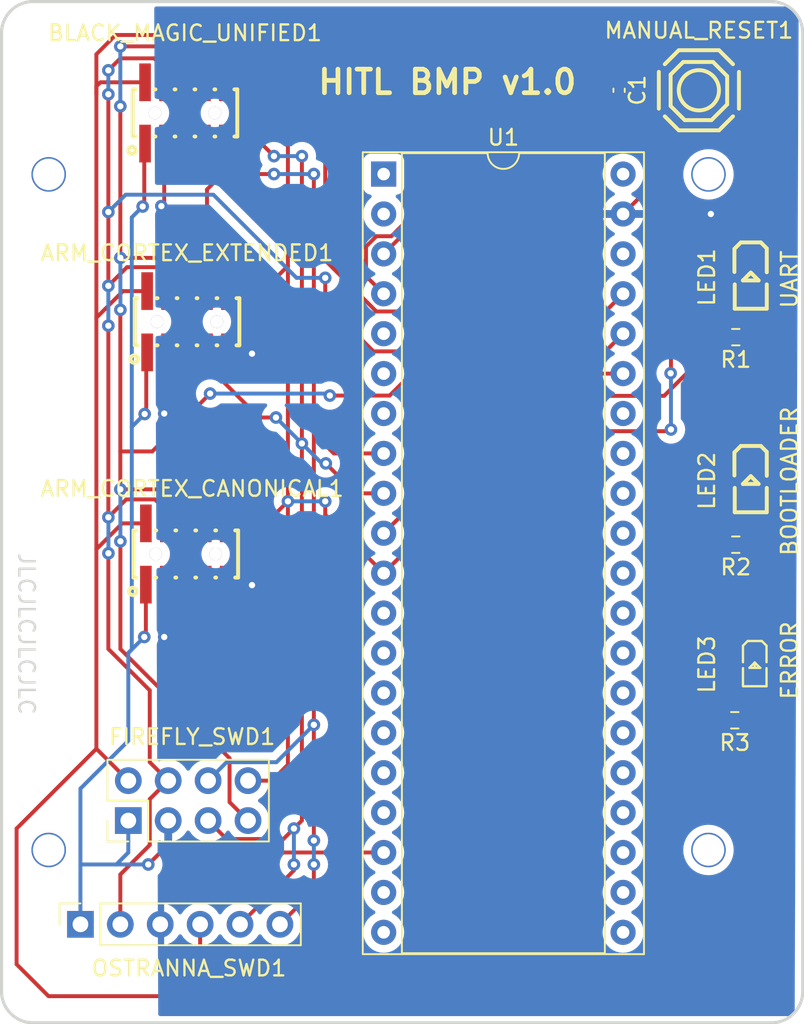
<source format=kicad_pcb>
(kicad_pcb (version 20240108) (generator "pcbnew") (generator_version "8.0")
  (layers (0 "F.Cu" signal) (31 "B.Cu" signal) (34 "B.Paste" user) (35 "F.Paste" user) (36 "B.SilkS" user "B.Silkscreen") (37 "F.SilkS" user "F.Silkscreen") (38 "B.Mask" user) (39 "F.Mask" user) (44 "Edge.Cuts" user))
  (net 0 "")
  (net 1 "/TRGT+")
  (net 2 "/SWDIO")
  (net 3 "GND")
  (net 4 "/SWO")
  (net 7 "/NRST")
  (net 8 "/DUT_TX")
  (net 9 "/DUT_RX")
  (net 11 "/SWCLK")
  (net 12 "Net-(LED1-A)")
  (net 13 "Net-(LED3-A)")
  (net 16 "/LED_UART")
  (net 17 "/LED_BOOTLOADER")
  (net 18 "/LED_ERROR")
  (net 19 "Net-(LED2-+)")
  (footprint "easyeda2kicad:SW-SMD_4P-L5.1-W5.1-P3.70-LS6.5-TL-2" (layer "F.Cu") (at 199.39 88.646)
    (property "Reference" "MANUAL_RESET1" (at 0 -3.81 0) (layer "F.SilkS"))
    (property "Value" "TS-1187A-B-A-B" (hide yes))
    (pad "1" smd rect (at -3.3 -1.85) (size 1.7 1) (layers "F.Cu" "F.Paste" "F.Mask") (net 7 "/NRST"))
    (pad "2" smd rect (at 3.3 -1.85) (size 1.7 1) (layers "F.Cu" "F.Paste" "F.Mask"))
    (pad "3" smd rect (at -3.3 1.85) (size 1.7 1) (layers "F.Cu" "F.Paste" "F.Mask") (net 3 "GND"))
    (pad "4" smd rect (at 3.3 1.85) (size 1.7 1) (layers "F.Cu" "F.Paste" "F.Mask"))
  )
  (footprint "easyeda2kicad:HDR-SMD_10P-P1.27-V-M-R2-C5-LS5.5" (layer "F.Cu") (at 166.7256 118.1608)
    (property "Reference" "ARM_CORTEX_CANONICAL1" (at 0.4064 -4.1608 0) (layer "F.SilkS"))
    (property "Value" "KH-1.27PH180-2X5P-L7.2-SMT" (hide yes))
    (pad "" thru_hole circle (at -1.91 0) (size 0.8 0.8) (drill 0.8) (layers "*.Cu" "*.Mask"))
    (pad "" thru_hole circle (at 1.9 0) (size 0.8 0.8) (drill 0.8) (layers "*.Cu" "*.Mask"))
    (pad "1" smd rect (at -2.54 1.95) (size 0.74 2.4) (layers "F.Cu" "F.Paste" "F.Mask") (net 1 "/TRGT+"))
    (pad "2" smd rect (at -2.54 -1.95) (size 0.74 2.4) (layers "F.Cu" "F.Paste" "F.Mask") (net 2 "/SWDIO"))
    (pad "3" smd rect (at -1.27 1.95) (size 0.74 2.4) (layers "F.Cu" "F.Paste" "F.Mask") (net 3 "GND"))
    (pad "4" smd rect (at -1.27 -1.95) (size 0.74 2.4) (layers "F.Cu" "F.Paste" "F.Mask") (net 11 "/SWCLK"))
    (pad "5" smd rect (at 0 1.95) (size 0.74 2.4) (layers "F.Cu" "F.Paste" "F.Mask") (net 3 "GND"))
    (pad "6" smd rect (at 0 -1.95) (size 0.74 2.4) (layers "F.Cu" "F.Paste" "F.Mask") (net 4 "/SWO"))
    (pad "7" smd rect (at 1.27 1.95) (size 0.74 2.4) (layers "F.Cu" "F.Paste" "F.Mask"))
    (pad "8" smd rect (at 1.27 -1.95) (size 0.74 2.4) (layers "F.Cu" "F.Paste" "F.Mask"))
    (pad "9" smd rect (at 2.54 1.95) (size 0.74 2.4) (layers "F.Cu" "F.Paste" "F.Mask") (net 3 "GND"))
    (pad "10" smd rect (at 2.54 -1.95) (size 0.74 2.4) (layers "F.Cu" "F.Paste" "F.Mask") (net 7 "/NRST"))
  )
  (footprint "Resistor_SMD:R_0603_1608Metric" (layer "F.Cu") (at 201.739 117.568 180)
    (property "Reference" "R2" (at 0 -1.43 0) (layer "F.SilkS"))
    (property "Value" "330R")
    (pad "1" smd roundrect (at -0.825 0 180) (size 0.8 0.95) (layers "F.Cu" "F.Paste" "F.Mask") (net 19 "Net-(LED2-+)"))
    (pad "2" smd roundrect (at 0.825 0 180) (size 0.8 0.95) (layers "F.Cu" "F.Paste" "F.Mask") (net 17 "/LED_BOOTLOADER"))
  )
  (footprint "Connector_PinSocket_2.54mm:PinSocket_1x06_P2.54mm_Vertical" (layer "F.Cu") (at 160.02 141.732 90)
    (property "Reference" "OSTRANNA_SWD1" (at -2.794 6.9088 180) (layer "F.SilkS"))
    (property "Value" "Conn_01x06_Socket" (hide yes))
    (pad "1" thru_hole rect (at 0 0 90) (size 1.7 1.7) (drill 1) (layers "*.Cu" "*.Mask") (net 1 "/TRGT+"))
    (pad "2" thru_hole oval (at 0 2.54 90) (size 1.7 1.7) (drill 1) (layers "*.Cu" "*.Mask") (net 11 "/SWCLK"))
    (pad "3" thru_hole oval (at 0 5.08 90) (size 1.7 1.7) (drill 1) (layers "*.Cu" "*.Mask") (net 3 "GND"))
    (pad "4" thru_hole oval (at 0 7.62 90) (size 1.7 1.7) (drill 1) (layers "*.Cu" "*.Mask") (net 2 "/SWDIO"))
    (pad "5" thru_hole oval (at 0 10.16 90) (size 1.7 1.7) (drill 1) (layers "*.Cu" "*.Mask") (net 8 "/DUT_TX"))
    (pad "6" thru_hole oval (at 0 12.7 90) (size 1.7 1.7) (drill 1) (layers "*.Cu" "*.Mask") (net 9 "/DUT_RX"))
  )
  (footprint "Resistor_SMD:R_0603_1608Metric" (layer "F.Cu") (at 201.739 104.36 180)
    (property "Reference" "R1" (at 0 -1.43 0) (layer "F.SilkS"))
    (property "Value" "330R")
    (pad "1" smd roundrect (at -0.825 0 180) (size 0.8 0.95) (layers "F.Cu" "F.Paste" "F.Mask") (net 12 "Net-(LED1-A)"))
    (pad "2" smd roundrect (at 0.825 0 180) (size 0.8 0.95) (layers "F.Cu" "F.Paste" "F.Mask") (net 16 "/LED_UART"))
  )
  (footprint "easyeda2kicad:HDR-SMD_10P-P1.27-V-M-R2-C5-LS5.5" (layer "F.Cu") (at 166.8068 103.378)
    (property "Reference" "ARM_CORTEX_EXTENDED1" (at 0 -4.378 0) (layer "F.SilkS"))
    (property "Value" "KH-1.27PH180-2X5P-L7.2-SMT" (hide yes))
    (pad "" thru_hole circle (at -1.91 0) (size 0.8 0.8) (drill 0.8) (layers "*.Cu" "*.Mask"))
    (pad "" thru_hole circle (at 1.9 0) (size 0.8 0.8) (drill 0.8) (layers "*.Cu" "*.Mask"))
    (pad "1" smd rect (at -2.54 1.95) (size 0.74 2.4) (layers "F.Cu" "F.Paste" "F.Mask") (net 1 "/TRGT+"))
    (pad "2" smd rect (at -2.54 -1.95) (size 0.74 2.4) (layers "F.Cu" "F.Paste" "F.Mask") (net 2 "/SWDIO"))
    (pad "3" smd rect (at -1.27 1.95) (size 0.74 2.4) (layers "F.Cu" "F.Paste" "F.Mask") (net 3 "GND"))
    (pad "4" smd rect (at -1.27 -1.95) (size 0.74 2.4) (layers "F.Cu" "F.Paste" "F.Mask") (net 11 "/SWCLK"))
    (pad "5" smd rect (at 0 1.95) (size 0.74 2.4) (layers "F.Cu" "F.Paste" "F.Mask") (net 3 "GND"))
    (pad "6" smd rect (at 0 -1.95) (size 0.74 2.4) (layers "F.Cu" "F.Paste" "F.Mask") (net 4 "/SWO"))
    (pad "7" smd rect (at 1.27 1.95) (size 0.74 2.4) (layers "F.Cu" "F.Paste" "F.Mask") (net 8 "/DUT_TX"))
    (pad "8" smd rect (at 1.27 -1.95) (size 0.74 2.4) (layers "F.Cu" "F.Paste" "F.Mask") (net 9 "/DUT_RX"))
    (pad "9" smd rect (at 2.54 1.95) (size 0.74 2.4) (layers "F.Cu" "F.Paste" "F.Mask") (net 3 "GND"))
    (pad "10" smd rect (at 2.54 -1.95) (size 0.74 2.4) (layers "F.Cu" "F.Paste" "F.Mask") (net 7 "/NRST"))
  )
  (footprint "easyeda2kicad:LED0805-R-RD" (layer "F.Cu") (at 202.692 100.55 -90)
    (property "Reference" "LED1" (at 0 2.794 90) (layer "F.SilkS"))
    (property "Value" "0805G (Green)" (hide yes))
    (pad "1" smd rect (at 1.05 0 90) (size 1 1.4) (layers "F.Cu" "F.Paste" "F.Mask") (net 12 "Net-(LED1-A)"))
    (pad "2" smd rect (at -1.05 0 90) (size 1 1.4) (layers "F.Cu" "F.Paste" "F.Mask") (net 3 "GND"))
  )
  (footprint "Capacitor_SMD:C_0402_1005Metric" (layer "F.Cu") (at 194.31 88.646 -90)
    (property "Reference" "C1" (at 0 -1.16 90) (layer "F.SilkS"))
    (property "Value" "100 nF")
    (pad "1" smd roundrect (at -0.48 0 270) (size 0.56 0.62) (layers "F.Cu" "F.Paste" "F.Mask") (net 7 "/NRST"))
    (pad "2" smd roundrect (at 0.48 0 270) (size 0.56 0.62) (layers "F.Cu" "F.Paste" "F.Mask") (net 3 "GND"))
  )
  (footprint "easyeda2kicad:HDR-SMD_10P-P1.27-V-M-R2-C5-LS5.5" (layer "F.Cu") (at 166.6748 90.088)
    (property "Reference" "BLACK_MAGIC_UNIFIED1" (at 0 -5.088 0) (layer "F.SilkS"))
    (property "Value" "KH-1.27PH180-2X5P-L7.2-SMT" (hide yes))
    (pad "" thru_hole circle (at -1.91 0) (size 0.8 0.8) (drill 0.8) (layers "*.Cu" "*.Mask"))
    (pad "" thru_hole circle (at 1.9 0) (size 0.8 0.8) (drill 0.8) (layers "*.Cu" "*.Mask"))
    (pad "1" smd rect (at -2.54 1.95) (size 0.74 2.4) (layers "F.Cu" "F.Paste" "F.Mask") (net 1 "/TRGT+"))
    (pad "2" smd rect (at -2.54 -1.95) (size 0.74 2.4) (layers "F.Cu" "F.Paste" "F.Mask") (net 2 "/SWDIO"))
    (pad "3" smd rect (at -1.27 1.95) (size 0.74 2.4) (layers "F.Cu" "F.Paste" "F.Mask") (net 3 "GND"))
    (pad "4" smd rect (at -1.27 -1.95) (size 0.74 2.4) (layers "F.Cu" "F.Paste" "F.Mask") (net 11 "/SWCLK"))
    (pad "5" smd rect (at 0 1.95) (size 0.74 2.4) (layers "F.Cu" "F.Paste" "F.Mask") (net 3 "GND"))
    (pad "6" smd rect (at 0 -1.95) (size 0.74 2.4) (layers "F.Cu" "F.Paste" "F.Mask") (net 4 "/SWO"))
    (pad "7" smd rect (at 1.27 1.95) (size 0.74 2.4) (layers "F.Cu" "F.Paste" "F.Mask") (net 9 "/DUT_RX"))
    (pad "8" smd rect (at 1.27 -1.95) (size 0.74 2.4) (layers "F.Cu" "F.Paste" "F.Mask"))
    (pad "9" smd rect (at 2.54 1.95) (size 0.74 2.4) (layers "F.Cu" "F.Paste" "F.Mask") (net 8 "/DUT_TX"))
    (pad "10" smd rect (at 2.54 -1.95) (size 0.74 2.4) (layers "F.Cu" "F.Paste" "F.Mask") (net 7 "/NRST"))
  )
  (footprint "Package_DIP:DIP-40_W15.24mm_Socket" (layer "F.Cu") (at 179.324 93.98)
    (property "Reference" "U1" (at 7.62 -2.33 0) (layer "F.SilkS"))
    (property "Value" "BlackPill")
    (pad "1" thru_hole rect (at 0 0) (size 1.6 1.6) (drill 0.8) (layers "*.Cu" "*.Mask"))
    (pad "2" thru_hole oval (at 0 2.54) (size 1.6 1.6) (drill 0.8) (layers "*.Cu" "*.Mask"))
    (pad "3" thru_hole oval (at 0 5.08) (size 1.6 1.6) (drill 0.8) (layers "*.Cu" "*.Mask") (net 18 "/LED_ERROR"))
    (pad "4" thru_hole oval (at 0 7.62) (size 1.6 1.6) (drill 0.8) (layers "*.Cu" "*.Mask") (net 17 "/LED_BOOTLOADER"))
    (pad "5" thru_hole oval (at 0 10.16) (size 1.6 1.6) (drill 0.8) (layers "*.Cu" "*.Mask"))
    (pad "6" thru_hole oval (at 0 12.7) (size 1.6 1.6) (drill 0.8) (layers "*.Cu" "*.Mask"))
    (pad "7" thru_hole oval (at 0 15.24) (size 1.6 1.6) (drill 0.8) (layers "*.Cu" "*.Mask"))
    (pad "8" thru_hole oval (at 0 17.78) (size 1.6 1.6) (drill 0.8) (layers "*.Cu" "*.Mask") (net 9 "/DUT_RX"))
    (pad "9" thru_hole oval (at 0 20.32) (size 1.6 1.6) (drill 0.8) (layers "*.Cu" "*.Mask") (net 8 "/DUT_TX"))
    (pad "10" thru_hole oval (at 0 22.86) (size 1.6 1.6) (drill 0.8) (layers "*.Cu" "*.Mask") (net 16 "/LED_UART"))
    (pad "11" thru_hole oval (at 0 25.4) (size 1.6 1.6) (drill 0.8) (layers "*.Cu" "*.Mask") (net 7 "/NRST"))
    (pad "12" thru_hole oval (at 0 27.94) (size 1.6 1.6) (drill 0.8) (layers "*.Cu" "*.Mask"))
    (pad "13" thru_hole oval (at 0 30.48) (size 1.6 1.6) (drill 0.8) (layers "*.Cu" "*.Mask"))
    (pad "14" thru_hole oval (at 0 33.02) (size 1.6 1.6) (drill 0.8) (layers "*.Cu" "*.Mask"))
    (pad "15" thru_hole oval (at 0 35.56) (size 1.6 1.6) (drill 0.8) (layers "*.Cu" "*.Mask"))
    (pad "16" thru_hole oval (at 0 38.1) (size 1.6 1.6) (drill 0.8) (layers "*.Cu" "*.Mask"))
    (pad "17" thru_hole oval (at 0 40.64) (size 1.6 1.6) (drill 0.8) (layers "*.Cu" "*.Mask"))
    (pad "18" thru_hole oval (at 0 43.18) (size 1.6 1.6) (drill 0.8) (layers "*.Cu" "*.Mask") (net 1 "/TRGT+"))
    (pad "19" thru_hole oval (at 0 45.72) (size 1.6 1.6) (drill 0.8) (layers "*.Cu" "*.Mask"))
    (pad "20" thru_hole oval (at 0 48.26) (size 1.6 1.6) (drill 0.8) (layers "*.Cu" "*.Mask"))
    (pad "21" thru_hole oval (at 15.24 48.26) (size 1.6 1.6) (drill 0.8) (layers "*.Cu" "*.Mask"))
    (pad "22" thru_hole oval (at 15.24 45.72) (size 1.6 1.6) (drill 0.8) (layers "*.Cu" "*.Mask"))
    (pad "23" thru_hole oval (at 15.24 43.18) (size 1.6 1.6) (drill 0.8) (layers "*.Cu" "*.Mask"))
    (pad "24" thru_hole oval (at 15.24 40.64) (size 1.6 1.6) (drill 0.8) (layers "*.Cu" "*.Mask"))
    (pad "25" thru_hole oval (at 15.24 38.1) (size 1.6 1.6) (drill 0.8) (layers "*.Cu" "*.Mask"))
    (pad "26" thru_hole oval (at 15.24 35.56) (size 1.6 1.6) (drill 0.8) (layers "*.Cu" "*.Mask"))
    (pad "27" thru_hole oval (at 15.24 33.02) (size 1.6 1.6) (drill 0.8) (layers "*.Cu" "*.Mask"))
    (pad "28" thru_hole oval (at 15.24 30.48) (size 1.6 1.6) (drill 0.8) (layers "*.Cu" "*.Mask"))
    (pad "29" thru_hole oval (at 15.24 27.94) (size 1.6 1.6) (drill 0.8) (layers "*.Cu" "*.Mask"))
    (pad "30" thru_hole oval (at 15.24 25.4) (size 1.6 1.6) (drill 0.8) (layers "*.Cu" "*.Mask"))
    (pad "31" thru_hole oval (at 15.24 22.86) (size 1.6 1.6) (drill 0.8) (layers "*.Cu" "*.Mask"))
    (pad "32" thru_hole oval (at 15.24 20.32) (size 1.6 1.6) (drill 0.8) (layers "*.Cu" "*.Mask"))
    (pad "33" thru_hole oval (at 15.24 17.78) (size 1.6 1.6) (drill 0.8) (layers "*.Cu" "*.Mask"))
    (pad "34" thru_hole oval (at 15.24 15.24) (size 1.6 1.6) (drill 0.8) (layers "*.Cu" "*.Mask"))
    (pad "35" thru_hole oval (at 15.24 12.7) (size 1.6 1.6) (drill 0.8) (layers "*.Cu" "*.Mask") (net 4 "/SWO"))
    (pad "36" thru_hole oval (at 15.24 10.16) (size 1.6 1.6) (drill 0.8) (layers "*.Cu" "*.Mask") (net 11 "/SWCLK"))
    (pad "37" thru_hole oval (at 15.24 7.62) (size 1.6 1.6) (drill 0.8) (layers "*.Cu" "*.Mask") (net 2 "/SWDIO"))
    (pad "38" thru_hole oval (at 15.24 5.08) (size 1.6 1.6) (drill 0.8) (layers "*.Cu" "*.Mask"))
    (pad "39" thru_hole oval (at 15.24 2.54) (size 1.6 1.6) (drill 0.8) (layers "*.Cu" "*.Mask") (net 3 "GND"))
    (pad "40" thru_hole oval (at 15.24 0) (size 1.6 1.6) (drill 0.8) (layers "*.Cu" "*.Mask"))
  )
  (footprint "Connector_PinSocket_2.54mm:PinSocket_2x04_P2.54mm_Vertical" (layer "F.Cu") (at 163.068 130.048 90)
    (property "Reference" "FIREFLY_SWD1" (at 0.254 4.064 180) (layer "F.SilkS"))
    (property "Value" "Conn_01x08_Female" (hide yes))
    (pad "1" thru_hole rect (at -5.08 0 90) (size 1.7 1.7) (drill 1) (layers "*.Cu" "*.Mask") (net 1 "/TRGT+"))
    (pad "2" thru_hole oval (at -2.54 0 90) (size 1.7 1.7) (drill 1) (layers "*.Cu" "*.Mask") (net 2 "/SWDIO"))
    (pad "3" thru_hole oval (at -5.08 2.54 90) (size 1.7 1.7) (drill 1) (layers "*.Cu" "*.Mask") (net 3 "GND"))
    (pad "4" thru_hole oval (at -2.54 2.54 90) (size 1.7 1.7) (drill 1) (layers "*.Cu" "*.Mask") (net 11 "/SWCLK"))
    (pad "5" thru_hole oval (at -5.08 5.08 90) (size 1.7 1.7) (drill 1) (layers "*.Cu" "*.Mask") (net 8 "/DUT_TX"))
    (pad "6" thru_hole oval (at -2.54 5.08 90) (size 1.7 1.7) (drill 1) (layers "*.Cu" "*.Mask") (net 9 "/DUT_RX"))
    (pad "7" thru_hole oval (at -5.08 7.62 90) (size 1.7 1.7) (drill 1) (layers "*.Cu" "*.Mask") (net 4 "/SWO"))
    (pad "8" thru_hole oval (at -2.54 7.62 90) (size 1.7 1.7) (drill 1) (layers "*.Cu" "*.Mask") (net 7 "/NRST"))
  )
  (footprint "Resistor_SMD:R_0603_1608Metric" (layer "F.Cu") (at 201.676 128.744 180)
    (property "Reference" "R3" (at 0 -1.43 0) (layer "F.SilkS"))
    (property "Value" "330R")
    (pad "1" smd roundrect (at -0.825 0 180) (size 0.8 0.95) (layers "F.Cu" "F.Paste" "F.Mask") (net 13 "Net-(LED3-A)"))
    (pad "2" smd roundrect (at 0.825 0 180) (size 0.8 0.95) (layers "F.Cu" "F.Paste" "F.Mask") (net 18 "/LED_ERROR"))
  )
  (footprint "easyeda2kicad:LED0805-R-RD" (layer "F.Cu") (at 202.692 113.504 -90)
    (property "Reference" "LED2" (at 0 2.794 90) (layer "F.SilkS"))
    (property "Value" "17-21SUYC/TR8" (hide yes))
    (pad "1" smd rect (at 1.05 0 90) (size 1 1.4) (layers "F.Cu" "F.Paste" "F.Mask") (net 19 "Net-(LED2-+)"))
    (pad "2" smd rect (at -1.05 0 90) (size 1 1.4) (layers "F.Cu" "F.Paste" "F.Mask") (net 3 "GND"))
  )
  (footprint "easyeda2kicad:LED0603-RD" (layer "F.Cu") (at 202.946 125.188 -90)
    (property "Reference" "LED3" (at 0 3.048 90) (layer "F.SilkS"))
    (property "Value" "KT-0603R" (hide yes))
    (pad "1" smd rect (at -0.8 0) (size 0.8 0.8) (layers "F.Cu" "F.Paste" "F.Mask") (net 3 "GND"))
    (pad "2" smd rect (at 0.8 0) (size 0.8 0.8) (layers "F.Cu" "F.Paste" "F.Mask") (net 13 "Net-(LED3-A)"))
  )
  (gr_line (start 155 146) (end 155 85) (stroke (width 0.2)) (layer "Edge.Cuts"))
  (gr_arc (start 155 85) (mid 155.585786 83.585786) (end 157 83) (stroke (width 0.2)) (layer "Edge.Cuts"))
  (gr_line (start 204 148) (end 157 148) (stroke (width 0.2)) (layer "Edge.Cuts"))
  (gr_arc (start 204 83) (mid 205.414214 83.585786) (end 206 85) (stroke (width 0.2)) (layer "Edge.Cuts"))
  (gr_arc (start 157 148) (mid 155.585786 147.414214) (end 155 146) (stroke (width 0.2)) (layer "Edge.Cuts"))
  (gr_line (start 157 83) (end 204 83) (stroke (width 0.2)) (layer "Edge.Cuts"))
  (gr_line (start 206 85) (end 206 146) (stroke (width 0.2)) (layer "Edge.Cuts"))
  (gr_arc (start 206 146) (mid 205.414214 147.414214) (end 204 148) (stroke (width 0.2)) (layer "Edge.Cuts"))
  (gr_text "ERROR" (at 205.74 127.508 90) (layer "F.SilkS") (effects (font (size 1 1)) (justify left bottom)))
  (gr_text "UART" (at 205.74 102.616 90) (layer "F.SilkS") (effects (font (size 1 1)) (justify left bottom)))
  (gr_text "HITL BMP v1.0" (at 175 89 0) (layer "F.SilkS") (effects (font (size 1.5 1.5) (thickness 0.3) (bold yes)) (justify left bottom)))
  (gr_text "BOOTLOADER" (at 205.74 118.364 90) (layer "F.SilkS") (effects (font (size 1 1)) (justify left bottom)))
  (gr_text "JLCJLCJLCJLC" (at 156 118 -90) (layer "Edge.Cuts") (effects (font (size 1 1)) (justify left bottom)))
  (via (at 158 94) (size 2.2) (drill 2) (layers "F.Cu" "B.Cu") (net 0))
  (via (at 158 137) (size 2.2) (drill 2) (layers "F.Cu" "B.Cu") (net 0))
  (via (at 200 137) (size 2.2) (drill 2) (layers "F.Cu" "B.Cu") (net 0))
  (via (at 200 94) (size 2.2) (drill 2) (layers "F.Cu" "B.Cu") (net 0))
  (segment (start 164.338 137.922) (end 165.1 137.16) (width 0.25) (layer "F.Cu") (net 1))
  (segment (start 164.1856 123.3424) (end 164.084 123.444) (width 0.25) (layer "F.Cu") (net 1))
  (segment (start 164.1856 120.1108) (end 164.1856 123.3424) (width 0.25) (layer "F.Cu") (net 1))
  (segment (start 164.211 105.918) (end 164.211 109.1496) (width 0.25) (layer "F.Cu") (net 1))
  (segment (start 164.084 92.71) (end 164.084 95.9416) (width 0.25) (layer "F.Cu") (net 1))
  (segment (start 165.1 137.16) (end 179.324 137.16) (width 0.25) (layer "F.Cu") (net 1))
  (via (at 164.338 137.922) (size 0.8) (drill 0.4) (layers "F.Cu" "B.Cu") (net 1))
  (via (at 164.1094 109.2512) (size 0.8) (drill 0.4) (layers "F.Cu" "B.Cu") (net 1))
  (via (at 163.9824 96.0432) (size 0.8) (drill 0.4) (layers "F.Cu" "B.Cu") (net 1))
  (via (at 164.084 123.444) (size 0.8) (drill 0.4) (layers "F.Cu" "B.Cu") (net 1))
  (segment (start 160.02 137.922) (end 160.02 141.732) (width 0.25) (layer "B.Cu") (net 1))
  (segment (start 163.068 135.128) (end 163.068 137.16) (width 0.25) (layer "B.Cu") (net 1))
  (segment (start 163.068 137.16) (end 162.306 137.922) (width 0.25) (layer "B.Cu") (net 1))
  (segment (start 162.306 137.922) (end 164.338 137.922) (width 0.25) (layer "B.Cu") (net 1))
  (segment (start 163.068 130.048) (end 163.068 124.46) (width 0.25) (layer "B.Cu") (net 1))
  (segment (start 163.289299 110.071301) (end 163.289299 96.736301) (width 0.25) (layer "B.Cu") (net 1))
  (segment (start 160.02 133.096) (end 160.02 137.922) (width 0.25) (layer "B.Cu") (net 1))
  (segment (start 163.2868 110.0738) (end 164.1094 109.2512) (width 0.25) (layer "B.Cu") (net 1))
  (segment (start 163.9824 96.0432) (end 163.289299 96.736301) (width 0.25) (layer "B.Cu") (net 1))
  (segment (start 163.2868 110.0738) (end 163.289299 110.071301) (width 0.25) (layer "B.Cu") (net 1))
  (segment (start 163.289299 110.076299) (end 163.2868 110.0738) (width 0.25) (layer "B.Cu") (net 1))
  (segment (start 160.02 137.922) (end 162.306 137.922) (width 0.25) (layer "B.Cu") (net 1))
  (segment (start 163.289299 124.238701) (end 163.289299 110.076299) (width 0.25) (layer "B.Cu") (net 1))
  (segment (start 163.068 124.46) (end 164.084 123.444) (width 0.25) (layer "B.Cu") (net 1))
  (segment (start 163.068 130.048) (end 160.02 133.096) (width 0.25) (layer "B.Cu") (net 1))
  (segment (start 163.068 124.46) (end 163.289299 124.238701) (width 0.25) (layer "B.Cu") (net 1))
  (segment (start 168.4238 85.127) (end 162.259695 85.127) (width 0.25) (layer "F.Cu") (net 2))
  (segment (start 167.64 144.272) (end 167.64 141.732) (width 0.25) (layer "F.Cu") (net 2))
  (segment (start 161.036 130.556) (end 155.956 135.636) (width 0.25) (layer "F.Cu") (net 2))
  (segment (start 157.988 146.304) (end 165.608 146.304) (width 0.25) (layer "F.Cu") (net 2))
  (segment (start 175.604 99.470991) (end 175.604 92.3072) (width 0.25) (layer "F.Cu") (net 2))
  (segment (start 194.564 101.6) (end 193.439 102.725) (width 0.25) (layer "F.Cu") (net 2))
  (segment (start 161.036 130.556) (end 161.036 117.856) (width 0.25) (layer "F.Cu") (net 2))
  (segment (start 162.6812 116.2108) (end 164.1856 116.2108) (width 0.25) (layer "F.Cu") (net 2))
  (segment (start 165.608 146.304) (end 167.64 144.272) (width 0.25) (layer "F.Cu") (net 2))
  (segment (start 163.068 132.588) (end 161.036 130.556) (width 0.25) (layer "F.Cu") (net 2))
  (segment (start 161.036 88.392) (end 161.29 88.138) (width 0.25) (layer "F.Cu") (net 2))
  (segment (start 162.259695 85.127) (end 161.036 86.350695) (width 0.25) (layer "F.Cu") (net 2))
  (segment (start 155.956 144.272) (end 157.988 146.304) (width 0.25) (layer "F.Cu") (net 2))
  (segment (start 161.036 103.124) (end 161.036 88.9) (width 0.25) (layer "F.Cu") (net 2))
  (segment (start 161.036 117.856) (end 161.036 103.124) (width 0.25) (layer "F.Cu") (net 2))
  (segment (start 175.604 92.3072) (end 168.4238 85.127) (width 0.25) (layer "F.Cu") (net 2))
  (segment (start 193.439 102.725) (end 178.858009 102.725) (width 0.25) (layer "F.Cu") (net 2))
  (segment (start 155.956 135.636) (end 155.956 144.272) (width 0.25) (layer "F.Cu") (net 2))
  (segment (start 161.036 86.350695) (end 161.036 88.9) (width 0.25) (layer "F.Cu") (net 2))
  (segment (start 178.858009 102.725) (end 175.604 99.470991) (width 0.25) (layer "F.Cu") (net 2))
  (segment (start 161.036 88.9) (end 161.036 88.392) (width 0.25) (layer "F.Cu") (net 2))
  (segment (start 161.036 103.124) (end 162.732 101.428) (width 0.25) (layer "F.Cu") (net 2))
  (segment (start 161.036 117.856) (end 162.6812 116.2108) (width 0.25) (layer "F.Cu") (net 2))
  (segment (start 161.29 88.138) (end 164.1348 88.138) (width 0.25) (layer "F.Cu") (net 2))
  (segment (start 162.732 101.428) (end 164.2668 101.428) (width 0.25) (layer "F.Cu") (net 2))
  (segment (start 202.692 99.06) (end 202.692 99.5) (width 0.25) (layer "F.Cu") (net 3))
  (segment (start 165.354 95.8346) (end 165.354 92.1254) (width 0.25) (layer "F.Cu") (net 3))
  (segment (start 200.152 96.52) (end 202.692 99.06) (width 0.25) (layer "F.Cu") (net 3))
  (segment (start 203.717 123.617) (end 203.717 113.479) (width 0.25) (layer "F.Cu") (net 3))
  (segment (start 194.31 89.126) (end 194.72 89.126) (width 0.25) (layer "F.Cu") (net 3))
  (segment (start 196.09 94.994) (end 194.564 96.52) (width 0.25) (layer "F.Cu") (net 3))
  (segment (start 165.354 109.22) (end 165.5368 109.0372) (width 0.25) (layer "F.Cu") (net 3))
  (segment (start 165.4556 120.1108) (end 166.7256 120.1108) (width 0.25) (layer "F.Cu") (net 3))
  (segment (start 203.717 113.479) (end 202.692 112.454) (width 0.25) (layer "F.Cu") (net 3))
  (segment (start 196.09 90.496) (end 196.09 94.994) (width 0.25) (layer "F.Cu") (net 3))
  (segment (start 165.5368 109.0372) (end 165.5368 105.328) (width 0.25) (layer "F.Cu") (net 3))
  (segment (start 203.717 113.479) (end 203.717 100.525) (width 0.25) (layer "F.Cu") (net 3))
  (segment (start 170.86 105.328) (end 170.942 105.41) (width 0.25) (layer "F.Cu") (net 3))
  (segment (start 203.717 100.525) (end 202.692 99.5) (width 0.25) (layer "F.Cu") (net 3))
  (segment (start 165.354 92.1254) (end 166.624 92.1254) (width 0.25) (layer "F.Cu") (net 3))
  (segment (start 165.354 123.444) (end 165.4556 123.3424) (width 0.25) (layer "F.Cu") (net 3))
  (segment (start 202.946 124.388) (end 203.717 123.617) (width 0.25) (layer "F.Cu") (net 3))
  (segment (start 165.4556 123.3424) (end 165.4556 120.1108) (width 0.25) (layer "F.Cu") (net 3))
  (segment (start 165.1712 96.0174) (end 165.354 95.8346) (width 0.25) (layer "F.Cu") (net 3))
  (segment (start 165.5368 105.328) (end 166.8068 105.328) (width 0.25) (layer "F.Cu") (net 3))
  (segment (start 169.3468 105.328) (end 170.86 105.328) (width 0.25) (layer "F.Cu") (net 3))
  (segment (start 194.72 89.126) (end 196.09 90.496) (width 0.25) (layer "F.Cu") (net 3))
  (segment (start 169.3468 120.06) (end 170.86 120.06) (width 0.25) (layer "F.Cu") (net 3))
  (via (at 165.354 109.22) (size 0.8) (drill 0.4) (layers "F.Cu" "B.Cu") (net 3))
  (via (at 170.942 105.41) (size 0.8) (drill 0.4) (layers "F.Cu" "B.Cu") (net 3))
  (via (at 170.942 120.142) (size 0.8) (drill 0.4) (layers "F.Cu" "B.Cu") (net 3))
  (via (at 165.354 123.444) (size 0.8) (drill 0.4) (layers "F.Cu" "B.Cu") (net 3))
  (via (at 200.152 96.52) (size 0.8) (drill 0.4) (layers "F.Cu" "B.Cu") (net 3))
  (via (at 165.1712 96.0174) (size 0.8) (drill 0.4) (layers "F.Cu" "B.Cu") (net 3))
  (segment (start 194.564 96.52) (end 200.152 96.52) (width 0.25) (layer "B.Cu") (net 3))
  (segment (start 166.7256 115.3808) (end 166.7256 116.2108) (width 0.25) (layer "F.Cu") (net 4))
  (segment (start 162.56 102.624598) (end 162.564299 102.620299) (width 0.25) (layer "F.Cu") (net 4))
  (segment (start 179.705 108.077) (end 175.895 108.077) (width 0.25) (layer "F.Cu") (net 4))
  (segment (start 169.513 131.159) (end 169.513 133.953) (width 0.25) (layer "F.Cu") (net 4))
  (segment (start 194.564 106.68) (end 181.102 106.68) (width 0.25) (layer "F.Cu") (net 4))
  (segment (start 162.56 111.633) (end 162.56 102.624598) (width 0.25) (layer "F.Cu") (net 4))
  (segment (start 162.56 99.314) (end 165.6428 99.314) (width 0.25) (layer "F.Cu") (net 4))
  (segment (start 166.6748 87.308) (end 166.6748 88.138) (width 0.25) (layer "F.Cu") (net 4))
  (segment (start 165.2188 85.852) (end 166.6748 87.308) (width 0.25) (layer "F.Cu") (net 4))
  (segment (start 162.56 111.633) (end 164.592 111.633) (width 0.25) (layer "F.Cu") (net 4))
  (segment (start 162.564299 124.210299) (end 169.513 131.159) (width 0.25) (layer "F.Cu") (net 4))
  (segment (start 162.56 114.046) (end 162.56 111.633) (width 0.25) (layer "F.Cu") (net 4))
  (segment (start 169.513 133.953) (end 170.688 135.128) (width 0.25) (layer "F.Cu") (net 4))
  (segment (start 162.56 114.046) (end 165.3908 114.046) (width 0.25) (layer "F.Cu") (net 4))
  (segment (start 162.56 99.314) (end 162.56 89.662) (width 0.25) (layer "F.Cu") (net 4))
  (segment (start 165.3908 114.046) (end 166.7256 115.3808) (width 0.25) (layer "F.Cu") (net 4))
  (segment (start 181.102 106.68) (end 179.705 108.077) (width 0.25) (layer "F.Cu") (net 4))
  (segment (start 166.8068 100.478) (end 166.8068 101.428) (width 0.25) (layer "F.Cu") (net 4))
  (segment (start 162.56 85.852) (end 165.2188 85.852) (width 0.25) (layer "F.Cu") (net 4))
  (segment (start 164.592 111.633) (end 168.275 107.95) (width 0.25) (layer "F.Cu") (net 4))
  (segment (start 162.564299 117.352299) (end 162.564299 124.210299) (width 0.25) (layer "F.Cu") (net 4))
  (segment (start 165.6428 99.314) (end 166.8068 100.478) (width 0.25) (layer "F.Cu") (net 4))
  (via (at 162.56 89.662) (size 0.8) (drill 0.4) (layers "F.Cu" "B.Cu") (net 4))
  (via (at 168.275 107.95) (size 0.8) (drill 0.4) (layers "F.Cu" "B.Cu") (net 4))
  (via (at 162.56 114.046) (size 0.8) (drill 0.4) (layers "F.Cu" "B.Cu") (net 4))
  (via (at 162.564299 102.620299) (size 0.8) (drill 0.4) (layers "F.Cu" "B.Cu") (net 4))
  (via (at 162.56 99.314) (size 0.8) (drill 0.4) (layers "F.Cu" "B.Cu") (net 4))
  (via (at 162.56 85.852) (size 0.8) (drill 0.4) (layers "F.Cu" "B.Cu") (net 4))
  (via (at 162.564299 117.352299) (size 0.8) (drill 0.4) (layers "F.Cu" "B.Cu") (net 4))
  (via (at 175.895 108.077) (size 0.8) (drill 0.4) (layers "F.Cu" "B.Cu") (net 4))
  (segment (start 175.768 107.95) (end 175.895 108.077) (width 0.25) (layer "B.Cu") (net 4))
  (segment (start 162.56 89.662) (end 162.56 85.852) (width 0.25) (layer "B.Cu") (net 4))
  (segment (start 162.564299 114.050299) (end 162.56 114.046) (width 0.25) (layer "B.Cu") (net 4))
  (segment (start 162.564299 102.620299) (end 162.564299 99.318299) (width 0.25) (layer "B.Cu") (net 4))
  (segment (start 162.564299 117.352299) (end 162.564299 114.050299) (width 0.25) (layer "B.Cu") (net 4))
  (segment (start 162.564299 99.318299) (end 162.56 99.314) (width 0.25) (layer "B.Cu") (net 4))
  (segment (start 168.275 107.95) (end 175.768 107.95) (width 0.25) (layer "B.Cu") (net 4))
  (segment (start 194.31 88.166) (end 194.31 87.122) (width 0.25) (layer "F.Cu") (net 7))
  (segment (start 169.3468 101.428) (end 171.622 101.428) (width 0.25) (layer "F.Cu") (net 7))
  (segment (start 171.8252 116.2108) (end 173.228 114.808) (width 0.25) (layer "F.Cu") (net 7))
  (segment (start 169.164 88.138) (end 173.228 92.202) (width 0.25) (layer "F.Cu") (net 7))
  (segment (start 173.228 114.808) (end 173.228 131.572) (width 0.25) (layer "F.Cu") (net 7))
  (segment (start 171.622 101.428) (end 173.228 99.822) (width 0.25) (layer "F.Cu") (net 7))
  (segment (start 197.612 106.637402) (end 197.590701 106.658701) (width 0.25) (layer "F.Cu") (net 7))
  (segment (start 179.324 119.38) (end 188.359 110.345) (width 0.25) (layer "F.Cu") (net 7))
  (segment (start 197.612 110.236) (end 197.503 110.345) (width 0.25) (layer "F.Cu") (net 7))
  (segment (start 197.503 110.345) (end 188.359 110.345) (width 0.25) (layer "F.Cu") (net 7))
  (segment (start 169.2148 88.138) (end 169.164 88.138) (width 0.25) (layer "F.Cu") (net 7))
  (segment (start 170.688 132.588) (end 172.212 132.588) (width 0.25) (layer "F.Cu") (net 7))
  (segment (start 169.2656 116.2108) (end 171.8252 116.2108) (width 0.25) (layer "F.Cu") (net 7))
  (segment (start 194.31 87.122) (end 194.636 86.796) (width 0.25) (layer "F.Cu") (net 7))
  (segment (start 179.324 119.38) (end 175.6035 115.6595) (width 0.25) (layer "F.Cu") (net 7))
  (segment (start 175.6035 115.6595) (end 175.6035 114.808) (width 0.25) (layer "F.Cu") (net 7))
  (segment (start 197.612 88.318) (end 196.09 86.796) (width 0.25) (layer "F.Cu") (net 7))
  (segment (start 194.636 86.796) (end 196.09 86.796) (width 0.25) (layer "F.Cu") (net 7))
  (segment (start 173.228 92.202) (end 173.228 99.822) (width 0.25) (layer "F.Cu") (net 7))
  (segment (start 197.612 88.318) (end 197.612 106.637402) (width 0.25) (layer "F.Cu") (net 7))
  (segment (start 173.228 99.822) (end 173.228 114.808) (width 0.25) (layer "F.Cu") (net 7))
  (segment (start 172.212 132.588) (end 173.228 131.572) (width 0.25) (layer "F.Cu") (net 7))
  (via (at 173.228 114.808) (size 0.8) (drill 0.4) (layers "F.Cu" "B.Cu") (net 7))
  (via (at 175.6035 114.808) (size 0.8) (drill 0.4) (layers "F.Cu" "B.Cu") (net 7))
  (via (at 197.590701 106.658701) (size 0.8) (drill 0.4) (layers "F.Cu" "B.Cu") (net 7))
  (via (at 197.612 110.236) (size 0.8) (drill 0.4) (layers "F.Cu" "B.Cu") (net 7))
  (segment (start 175.6035 114.808) (end 173.228 114.808) (width 0.25) (layer "B.Cu") (net 7))
  (segment (start 197.590701 106.658701) (end 197.612 106.68) (width 0.25) (layer "B.Cu") (net 7))
  (segment (start 197.612 106.68) (end 197.612 110.236) (width 0.25) (layer "B.Cu") (net 7))
  (segment (start 173.609 138.303) (end 173.609 137.922) (width 0.25) (layer "F.Cu") (net 8))
  (segment (start 168.0768 106.158) (end 168.0768 105.328) (width 0.25) (layer "F.Cu") (net 8))
  (segment (start 177.546 114.3) (end 175.641 112.395) (width 0.25) (layer "F.Cu") (net 8))
  (segment (start 169.323 136.303) (end 172.942 136.303) (width 0.25) (layer "F.Cu") (net 8))
  (segment (start 171.3928 109.474) (end 168.0768 106.158) (width 0.25) (layer "F.Cu") (net 8))
  (segment (start 173.609 135.636) (end 174.117 135.128) (width 0.25) (layer "F.Cu") (net 8))
  (segment (start 174.117 111.125) (end 174.117 92.837) (width 0.25) (layer "F.Cu") (net 8))
  (segment (start 172.466 109.474) (end 171.3928 109.474) (width 0.25) (layer "F.Cu") (net 8))
  (segment (start 172.339 92.837) (end 171.54 92.038) (width 0.25) (layer "F.Cu") (net 8))
  (segment (start 168.148 135.128) (end 169.323 136.303) (width 0.25) (layer "F.Cu") (net 8))
  (segment (start 179.324 114.3) (end 177.546 114.3) (width 0.25) (layer "F.Cu") (net 8))
  (segment (start 174.117 135.128) (end 174.117 111.125) (width 0.25) (layer "F.Cu") (net 8))
  (segment (start 172.942 136.303) (end 173.609 135.636) (width 0.25) (layer "F.Cu") (net 8))
  (segment (start 170.18 141.732) (end 173.609 138.303) (width 0.25) (layer "F.Cu") (net 8))
  (segment (start 171.54 92.038) (end 169.2148 92.038) (width 0.25) (layer "F.Cu") (net 8))
  (via (at 172.339 92.837) (size 0.8) (drill 0.4) (layers "F.Cu" "B.Cu") (net 8))
  (via (at 173.609 135.636) (size 0.8) (drill 0.4) (layers "F.Cu" "B.Cu") (net 8))
  (via (at 172.466 109.474) (size 0.8) (drill 0.4) (layers "F.Cu" "B.Cu") (net 8))
  (via (at 175.641 112.395) (size 0.8) (drill 0.4) (layers "F.Cu" "B.Cu") (net 8))
  (via (at 174.117 92.837) (size 0.8) (drill 0.4) (layers "F.Cu" "B.Cu") (net 8))
  (via (at 173.609 137.922) (size 0.8) (drill 0.4) (layers "F.Cu" "B.Cu") (net 8))
  (via (at 174.117 111.125) (size 0.8) (drill 0.4) (layers "F.Cu" "B.Cu") (net 8))
  (segment (start 174.117 111.125) (end 172.466 109.474) (width 0.25) (layer "B.Cu") (net 8))
  (segment (start 173.609 137.922) (end 173.609 135.636) (width 0.25) (layer "B.Cu") (net 8))
  (segment (start 175.387 112.395) (end 174.117 111.125) (width 0.25) (layer "B.Cu") (net 8))
  (segment (start 174.117 92.837) (end 172.339 92.837) (width 0.25) (layer "B.Cu") (net 8))
  (segment (start 175.641 112.395) (end 175.387 112.395) (width 0.25) (layer "B.Cu") (net 8))
  (segment (start 169.0568 93.98) (end 167.9448 92.868) (width 0.25) (layer "F.Cu") (net 9))
  (segment (start 172.72 141.732) (end 174.879 139.573) (width 0.25) (layer "F.Cu") (net 9))
  (segment (start 176.149 111.76) (end 174.879 110.49) (width 0.25) (layer "F.Cu") (net 9))
  (segment (start 179.324 111.76) (end 176.149 111.76) (width 0.25) (layer "F.Cu") (net 9))
  (segment (start 174.879 136.398) (end 174.879 129.032) (width 0.25) (layer "F.Cu") (net 9))
  (segment (start 174.879 109.474) (end 174.879 93.98) (width 0.25) (layer "F.Cu") (net 9))
  (segment (start 168.0768 94.96) (end 169.0568 93.98) (width 0.25) (layer "F.Cu") (net 9))
  (segment (start 168.0768 101.428) (end 168.0768 94.96) (width 0.25) (layer "F.Cu") (net 9))
  (segment (start 174.879 139.573) (end 174.879 137.922) (width 0.25) (layer "F.Cu") (net 9))
  (segment (start 167.9448 92.868) (end 167.9448 92.038) (width 0.25) (layer "F.Cu") (net 9))
  (segment (start 174.879 129.032) (end 174.879 109.474) (width 0.25) (layer "F.Cu") (net 9))
  (segment (start 172.339 93.98) (end 169.0568 93.98) (width 0.25) (layer "F.Cu") (net 9))
  (segment (start 174.879 110.49) (end 174.879 109.474) (width 0.25) (layer "F.Cu") (net 9))
  (via (at 174.879 137.922) (size 0.8) (drill 0.4) (layers "F.Cu" "B.Cu") (net 9))
  (via (at 174.879 93.98) (size 0.8) (drill 0.4) (layers "F.Cu" "B.Cu") (net 9))
  (via (at 174.879 136.398) (size 0.8) (drill 0.4) (layers "F.Cu" "B.Cu") (net 9))
  (via (at 174.879 129.032) (size 0.8) (drill 0.4) (layers "F.Cu" "B.Cu") (net 9))
  (via (at 172.339 93.98) (size 0.8) (drill 0.4) (layers "F.Cu" "B.Cu") (net 9))
  (segment (start 169.323 131.413) (end 172.498 131.413) (width 0.25) (layer "B.Cu") (net 9))
  (segment (start 172.498 131.413) (end 174.879 129.032) (width 0.25) (layer "B.Cu") (net 9))
  (segment (start 168.148 132.588) (end 169.323 131.413) (width 0.25) (layer "B.Cu") (net 9))
  (segment (start 174.879 137.922) (end 174.879 136.398) (width 0.25) (layer "B.Cu") (net 9))
  (segment (start 174.879 93.98) (end 172.339 93.98) (width 0.25) (layer "B.Cu") (net 9))
  (segment (start 165.608 132.588) (end 164.433 131.413) (width 0.25) (layer "F.Cu") (net 11))
  (segment (start 162.9362 114.6858) (end 164.7606 114.6858) (width 0.25) (layer "F.Cu") (net 11))
  (segment (start 161.798 101.092) (end 161.798 96.393) (width 0.25) (layer "F.Cu") (net 11))
  (segment (start 178.671 105.265) (end 175.6035 102.1975) (width 0.25) (layer "F.Cu") (net 11))
  (segment (start 164.433 126.841) (end 161.798 124.206) (width 0.25) (layer "F.Cu") (net 11))
  (segment (start 164.7098 86.613) (end 165.4048 87.308) (width 0.25) (layer "F.Cu") (net 11))
  (segment (start 161.798 101.092) (end 162.987 99.903) (width 0.25) (layer "F.Cu") (net 11))
  (segment (start 193.439 105.265) (end 178.671 105.265) (width 0.25) (layer "F.Cu") (net 11))
  (segment (start 162.56 138.557) (end 164.433 136.684) (width 0.25) (layer "F.Cu") (net 11))
  (segment (start 165.5368 100.598) (end 165.5368 101.428) (width 0.25) (layer "F.Cu") (net 11))
  (segment (start 161.798 124.206) (end 161.798 118.118598) (width 0.25) (layer "F.Cu") (net 11))
  (segment (start 164.433 136.684) (end 164.433 133.763) (width 0.25) (layer "F.Cu") (net 11))
  (segment (start 194.564 104.14) (end 193.439 105.265) (width 0.25) (layer "F.Cu") (net 11))
  (segment (start 162.561 86.613) (end 164.7098 86.613) (width 0.25) (layer "F.Cu") (net 11))
  (segment (start 164.433 131.413) (end 164.433 126.841) (width 0.25) (layer "F.Cu") (net 11))
  (segment (start 164.8418 99.903) (end 165.5368 100.598) (width 0.25) (layer "F.Cu") (net 11))
  (segment (start 164.7606 114.6858) (end 165.4556 115.3808) (width 0.25) (layer "F.Cu") (net 11))
  (segment (start 161.798 118.118598) (end 161.802299 118.114299) (width 0.25) (layer "F.Cu") (net 11))
  (segment (start 165.4556 115.3808) (end 165.4556 116.2108) (width 0.25) (layer "F.Cu") (net 11))
  (segment (start 162.56 141.732) (end 162.56 138.557) (width 0.25) (layer "F.Cu") (net 11))
  (segment (start 161.798 96.393) (end 161.798 88.9) (width 0.25) (layer "F.Cu") (net 11))
  (segment (start 161.798 115.824) (end 161.798 103.632) (width 0.25) (layer "F.Cu") (net 11))
  (segment (start 175.6035 102.1975) (end 175.6035 100.584) (width 0.25) (layer "F.Cu") (net 11))
  (segment (start 165.4048 87.308) (end 165.4048 88.138) (width 0.25) (layer "F.Cu") (net 11))
  (segment (start 164.433 133.763) (end 165.608 132.588) (width 0.25) (layer "F.Cu") (net 11))
  (segment (start 162.987 99.903) (end 164.8418 99.903) (width 0.25) (layer "F.Cu") (net 11))
  (segment (start 161.798 115.824) (end 162.9362 114.6858) (width 0.25) (layer "F.Cu") (net 11))
  (segment (start 161.798 87.376) (end 162.561 86.613) (width 0.25) (layer "F.Cu") (net 11))
  (via (at 161.798 96.393) (size 0.8) (drill 0.4) (layers "F.Cu" "B.Cu") (net 11))
  (via (at 161.798 101.092) (size 0.8) (drill 0.4) (layers "F.Cu" "B.Cu") (net 11))
  (via (at 161.798 115.824) (size 0.8) (drill 0.4) (layers "F.Cu" "B.Cu") (net 11))
  (via (at 161.798 87.376) (size 0.8) (drill 0.4) (layers "F.Cu" "B.Cu") (net 11))
  (via (at 175.6035 100.584) (size 0.8) (drill 0.4) (layers "F.Cu" "B.Cu") (net 11))
  (via (at 161.798 103.632) (size 0.8) (drill 0.4) (layers "F.Cu" "B.Cu") (net 11))
  (via (at 161.798 88.9) (size 0.8) (drill 0.4) (layers "F.Cu" "B.Cu") (net 11))
  (via (at 161.802299 118.114299) (size 0.8) (drill 0.4) (layers "F.Cu" "B.Cu") (net 11))
  (segment (start 161.802299 115.828299) (end 161.798 115.824) (width 0.25) (layer "B.Cu") (net 11))
  (segment (start 161.798 103.632) (end 161.798 101.092) (width 0.25) (layer "B.Cu") (net 11))
  (segment (start 168.4819 95.2924) (end 162.8986 95.2924) (width 0.25) (layer "B.Cu") (net 11))
  (segment (start 162.8986 95.2924) (end 161.798 96.393) (width 0.25) (layer "B.Cu") (net 11))
  (segment (start 175.6035 100.584) (end 173.7735 100.584) (width 0.25) (layer "B.Cu") (net 11))
  (segment (start 161.802299 118.114299) (end 161.802299 115.828299) (width 0.25) (layer "B.Cu") (net 11))
  (segment (start 173.7735 100.584) (end 168.4819 95.2924) (width 0.25) (layer "B.Cu") (net 11))
  (segment (start 161.798 88.9) (end 161.798 87.376) (width 0.25) (layer "B.Cu") (net 11))
  (segment (start 202.692 104.232) (end 202.692 101.6) (width 0.25) (layer "F.Cu") (net 12))
  (segment (start 202.564 104.36) (end 202.692 104.232) (width 0.25) (layer "F.Cu") (net 12))
  (segment (start 202.501 128.744) (end 202.946 128.299) (width 0.25) (layer "F.Cu") (net 13))
  (segment (start 202.946 128.299) (end 202.946 125.988) (width 0.25) (layer "F.Cu") (net 13))
  (segment (start 188.069 108.095) (end 197.179 108.095) (width 0.25) (layer "F.Cu") (net 16))
  (segment (start 197.179 108.095) (end 200.914 104.36) (width 0.25) (layer "F.Cu") (net 16))
  (segment (start 179.324 116.84) (end 188.069 108.095) (width 0.25) (layer "F.Cu") (net 16))
  (segment (start 203.890396 129.994) (end 200.883538 129.994) (width 0.25) (layer "F.Cu") (net 17))
  (segment (start 205.116 90.285604) (end 205.116 128.768396) (width 0.25) (layer "F.Cu") (net 17))
  (segment (start 198.001396 85.521) (end 201.701396 89.221) (width 0.25) (layer "F.Cu") (net 17))
  (segment (start 200.883538 129.994) (end 200.126 129.236462) (width 0.25) (layer "F.Cu") (net 17))
  (segment (start 179.812604 97.935) (end 192.226604 85.521) (width 0.25) (layer "F.Cu") (net 17))
  (segment (start 204.051396 89.221) (end 205.116 90.285604) (width 0.25) (layer "F.Cu") (net 17))
  (segment (start 179.324 101.6) (end 178.199 100.475) (width 0.25) (layer "F.Cu") (net 17))
  (segment (start 200.126 118.356) (end 200.914 117.568) (width 0.25) (layer "F.Cu") (net 17))
  (segment (start 201.701396 89.221) (end 204.051396 89.221) (width 0.25) (layer "F.Cu") (net 17))
  (segment (start 200.126 129.236462) (end 200.126 118.356) (width 0.25) (layer "F.Cu") (net 17))
  (segment (start 205.116 128.768396) (end 203.890396 129.994) (width 0.25) (layer "F.Cu") (net 17))
  (segment (start 192.226604 85.521) (end 198.001396 85.521) (width 0.25) (layer "F.Cu") (net 17))
  (segment (start 178.199 98.594009) (end 178.858009 97.935) (width 0.25) (layer "F.Cu") (net 17))
  (segment (start 178.199 100.475) (end 178.199 98.594009) (width 0.25) (layer "F.Cu") (net 17))
  (segment (start 178.858009 97.935) (end 179.812604 97.935) (width 0.25) (layer "F.Cu") (net 17))
  (segment (start 203.865 89.671) (end 204.666 90.472) (width 0.25) (layer "F.Cu") (net 18))
  (segment (start 204.666 90.472) (end 204.666 128.582) (width 0.25) (layer "F.Cu") (net 18))
  (segment (start 201.515 89.671) (end 203.865 89.671) (width 0.25) (layer "F.Cu") (net 18))
  (segment (start 179.324 99.06) (end 192.413 85.971) (width 0.25) (layer "F.Cu") (net 18))
  (segment (start 201.651 129.544) (end 200.851 128.744) (width 0.25) (layer "F.Cu") (net 18))
  (segment (start 197.815 85.971) (end 201.515 89.671) (width 0.25) (layer "F.Cu") (net 18))
  (segment (start 203.704 129.544) (end 201.651 129.544) (width 0.25) (layer "F.Cu") (net 18))
  (segment (start 204.666 128.582) (end 203.704 129.544) (width 0.25) (layer "F.Cu") (net 18))
  (segment (start 192.413 85.971) (end 197.815 85.971) (width 0.25) (layer "F.Cu") (net 18))
  (segment (start 202.692 117.44) (end 202.692 114.554) (width 0.25) (layer "F.Cu") (net 19))
  (segment (start 202.564 117.568) (end 202.692 117.44) (width 0.25) (layer "F.Cu") (net 19))
  (zone (net 3) (net_name "GND") (layer "B.Cu") (connect_pads (clearance 0.5)) (min_thickness 0.25) (fill yes (thermal_gap 0.5) (thermal_bridge_width 0.5))
    (polygon (pts (xy 164.719 83.312) (xy 205.74 83.312) (xy 205.486 147.574) (xy 164.973 147.574)))
  )
)
</source>
